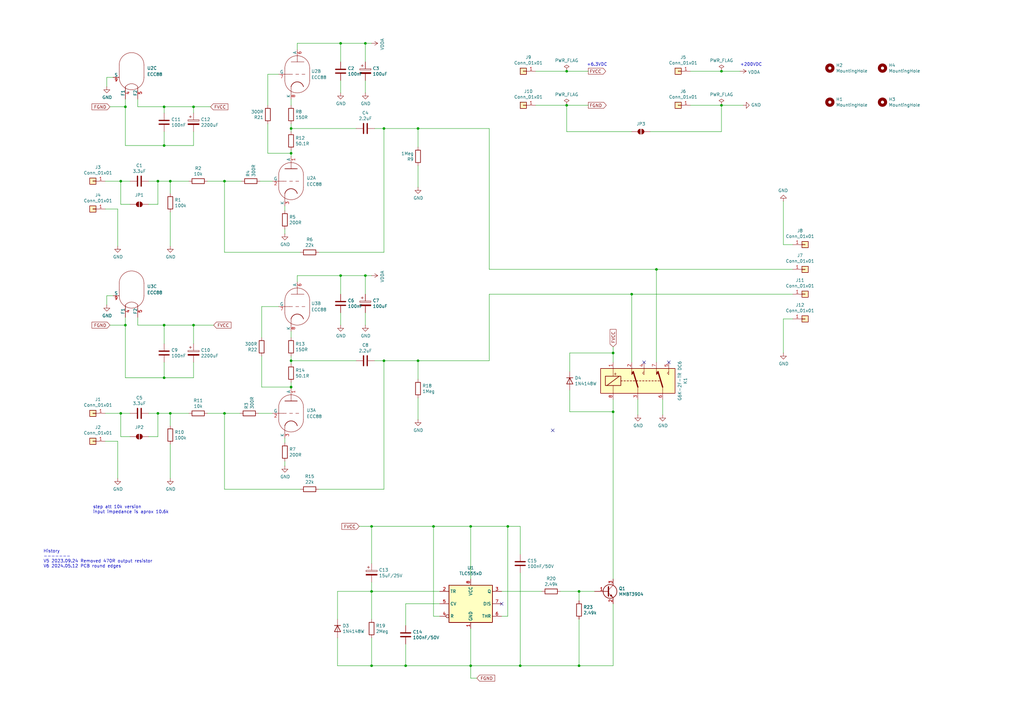
<source format=kicad_sch>
(kicad_sch (version 20231120) (generator "eeschema") (generator_version "8.0")
  (paper "A3")
  (title_block (title "SRPP+ Pre-Amp ECC88/E88CC") (date "2024-05-26") (rev "V6"))
  (lib_symbols
    (symbol "Connector_Generic:Conn_01x01" (pin_names (offset 1.016) hide)
      (property "Reference" "J" (at 0 2.54 0))
      (property "Value" "Conn_01x01" (at 0 -2.54 0))
      (symbol "Conn_01x01_1_1"
        (pin passive line (at -5.08 0 0) (length 3.81) (name "Pin_1") (number "1"))
      )
    )
    (symbol "Device:C" (pin_numbers hide) (pin_names (offset 0.254))
      (property "Reference" "C" (at 0.635 2.54 0))
      (property "Value" "C" (at 0.635 -2.54 0))
      (symbol "C_1_1"
        (pin passive line (at 0 3.81 270) (length 2.794) (name "~") (number "1"))
        (pin passive line (at 0 -3.81 90) (length 2.794) (name "~") (number "2"))
      )
    )
    (symbol "Device:C_Polarized" (pin_numbers hide) (pin_names (offset 0.254))
      (property "Reference" "C" (at 0.635 2.54 0))
      (property "Value" "C_Polarized" (at 0.635 -2.54 0))
      (symbol "C_Polarized_1_1"
        (pin passive line (at 0 3.81 270) (length 2.794) (name "~") (number "1"))
        (pin passive line (at 0 -3.81 90) (length 2.794) (name "~") (number "2"))
      )
    )
    (symbol "Device:R" (pin_numbers hide) (pin_names (offset 0))
      (property "Reference" "R" (at 2.032 0 90))
      (property "Value" "R" (at 0 0 90))
      (symbol "R_1_1"
        (pin passive line (at 0 3.81 270) (length 1.27) (name "~") (number "1"))
        (pin passive line (at 0 -3.81 90) (length 1.27) (name "~") (number "2"))
      )
    )
    (symbol "Diode:1N4148W" (pin_numbers hide) (pin_names hide)
      (property "Reference" "D" (at 0 2.54 0))
      (property "Value" "1N4148W" (at 0 -2.54 0))
      (symbol "1N4148W_1_1"
        (pin passive line (at -3.81 0 0) (length 2.54) (name "K") (number "1"))
        (pin passive line (at 3.81 0 180) (length 2.54) (name "A") (number "2"))
      )
    )
    (symbol "Jumper:SolderJumper_2_Open" (pin_numbers hide) (pin_names (offset 0) hide) (exclude_from_sim yes) (in_bom no)
      (property "Reference" "JP" (at 0 2.032 0))
      (property "Value" "SolderJumper_2_Open" (at 0 -2.54 0))
      (symbol "SolderJumper_2_Open_1_1"
        (pin passive line (at -3.81 0 0) (length 2.54) (name "A") (number "1"))
        (pin passive line (at 3.81 0 180) (length 2.54) (name "B") (number "2"))
      )
    )
    (symbol "Mechanical:MountingHole" (pin_names (offset 1.016)) (exclude_from_sim yes) (in_bom no)
      (property "Reference" "H" (at 0 5.08 0))
      (property "Value" "MountingHole" (at 0 3.175 0))
    )
    (symbol "Relay:G6K-2"
      (property "Reference" "K" (at 16.51 3.81 0))
      (property "Value" "G6K-2" (at 16.51 1.27 0))
      (symbol "G6K-2_0_0"
        (text "+" (at -9.271 2.921 0) (effects (font (size 1.27 1.27))))
      )
      (symbol "G6K-2_1_1"
        (pin passive line (at -10.16 7.62 270) (length 2.54) (name "~") (number "1"))
        (pin passive line (at -2.54 7.62 270) (length 2.54) (name "~") (number "2"))
        (pin passive line (at 0 -7.62 90) (length 2.54) (name "~") (number "3"))
        (pin passive line (at 2.54 7.62 270) (length 2.54) (name "~") (number "4"))
        (pin passive line (at 12.7 7.62 270) (length 2.54) (name "~") (number "5"))
        (pin passive line (at 10.16 -7.62 90) (length 2.54) (name "~") (number "6"))
        (pin passive line (at 7.62 7.62 270) (length 2.54) (name "~") (number "7"))
        (pin passive line (at -10.16 -7.62 90) (length 2.54) (name "~") (number "8"))
      )
    )
    (symbol "Timer:TLC555xD"
      (property "Reference" "U" (at -10.16 8.89 0))
      (property "Value" "TLC555xD" (at 2.54 8.89 0))
      (symbol "TLC555xD_0_0"
        (pin power_in line (at 0 -10.16 90) (length 2.54) (name "GND") (number "1"))
        (pin power_in line (at 0 10.16 270) (length 2.54) (name "VCC") (number "8"))
      )
      (symbol "TLC555xD_1_1"
        (pin input line (at -12.7 5.08 0) (length 3.81) (name "TR") (number "2"))
        (pin output line (at 12.7 5.08 180) (length 3.81) (name "Q") (number "3"))
        (pin input inverted (at -12.7 -5.08 0) (length 3.81) (name "R") (number "4"))
        (pin input line (at -12.7 0 0) (length 3.81) (name "CV") (number "5"))
        (pin input line (at 12.7 -5.08 180) (length 3.81) (name "THR") (number "6"))
        (pin input line (at 12.7 0 180) (length 3.81) (name "DIS") (number "7"))
      )
    )
    (symbol "Transistor_BJT:MMBT3904" (pin_names (offset 0) hide)
      (property "Reference" "Q" (at 5.08 1.905 0))
      (property "Value" "MMBT3904" (at 5.08 0 0))
      (symbol "MMBT3904_1_1"
        (pin input line (at -5.08 0 0) (length 5.715) (name "B") (number "1"))
        (pin passive line (at 2.54 -5.08 90) (length 2.54) (name "E") (number "2"))
        (pin passive line (at 2.54 5.08 270) (length 2.54) (name "C") (number "3"))
      )
    )
    (symbol "kicad-snk:ECC88-Shield" (pin_names (offset 0))
      (property "Reference" "U" (at 4.318 7.112 0))
      (property "Value" "ECC88-Shield" (at 5.08 -7.62 0))
      (symbol "ECC88-Shield_1_1"
        (pin output line (at 0 10.16 270) (length 2.54) (name "A") (number "1"))
        (pin input line (at -7.62 0 0) (length 2.54) (name "G") (number "2"))
        (pin bidirectional line (at -2.54 -10.16 90) (length 2.54) (name "K") (number "3"))
      )
      (symbol "ECC88-Shield_2_1"
        (pin output line (at 0 10.16 270) (length 2.54) (name "A") (number "6"))
        (pin input line (at -7.62 0 0) (length 2.54) (name "G") (number "7"))
        (pin bidirectional line (at -2.54 -10.16 90) (length 2.54) (name "K") (number "8"))
      )
      (symbol "ECC88-Shield_3_1"
        (pin power_in line (at -2.54 -11.43 90) (length 5.08) (name "F1") (number "4"))
        (pin power_in line (at 2.54 -11.43 90) (length 5.08) (name "F2") (number "5"))
        (pin passive line (at -7.62 -2.54 0) (length 2.54) (name "S") (number "9"))
      )
    )
    (symbol "power:GND" (power) (pin_numbers hide) (pin_names (offset 0) hide)
      (property "Value" "GND" (at 0 -3.81 0))
      (symbol "GND_1_1"
        (pin power_in line (at 0 0 270) (length 0) (name "~") (number "1"))
      )
    )
    (symbol "power:PWR_FLAG" (power) (pin_numbers hide) (pin_names (offset 0) hide)
      (property "Value" "PWR_FLAG" (at 0 3.81 0))
      (symbol "PWR_FLAG_0_0"
        (pin power_out line (at 0 0 90) (length 0) (name "~") (number "1"))
      )
    )
    (symbol "power:VDDA" (power) (pin_numbers hide) (pin_names (offset 0) hide)
      (property "Value" "VDDA" (at 0 3.556 0))
      (symbol "VDDA_1_1"
        (pin power_in line (at 0 0 90) (length 0) (name "~") (number "1"))
      )
    )
  )
  (junction (at 193.04 215.9))
  (junction (at 67.31 154.94))
  (junction (at 237.49 273.05))
  (junction (at 79.375 43.815))
  (junction (at 119.38 147.955))
  (junction (at 64.77 74.295))
  (junction (at 152.4 273.05))
  (junction (at 51.435 43.815))
  (junction (at 251.46 144.78))
  (junction (at 295.91 43.18))
  (junction (at 251.46 168.91))
  (junction (at 69.85 74.295))
  (junction (at 193.04 273.05))
  (junction (at 177.8 215.9))
  (junction (at 152.4 242.57))
  (junction (at 67.31 133.35))
  (junction (at 67.31 43.815))
  (junction (at 139.7 17.78))
  (junction (at 232.41 43.18))
  (junction (at 295.91 29.21))
  (junction (at 67.31 59.69))
  (junction (at 79.375 133.35))
  (junction (at 152.4 215.9))
  (junction (at 171.45 147.955))
  (junction (at 157.48 52.705))
  (junction (at 49.53 74.295))
  (junction (at 269.24 110.49))
  (junction (at 92.075 169.545))
  (junction (at 208.28 215.9))
  (junction (at 171.45 52.705))
  (junction (at 49.53 169.545))
  (junction (at 119.38 158.75))
  (junction (at 51.435 133.35))
  (junction (at 119.38 62.865))
  (junction (at 232.41 29.21))
  (junction (at 237.49 242.57))
  (junction (at 259.08 120.65))
  (junction (at 213.36 273.05))
  (junction (at 157.48 147.955))
  (junction (at 149.86 113.03))
  (junction (at 139.7 113.03))
  (junction (at 92.075 74.295))
  (junction (at 119.38 52.705))
  (junction (at 166.37 273.05))
  (junction (at 64.77 169.545))
  (junction (at 149.86 17.78))
  (junction (at 69.85 169.545))
  (no_connect (at 264.16 148.59))
  (no_connect (at 274.32 148.59))
  (no_connect (at 226.695 176.53))
  (no_connect (at 205.74 247.65))
  (wire (pts (xy 43.815 121.285) (xy 46.355 121.285)))
  (wire (pts (xy 232.41 53.975) (xy 232.41 43.18)))
  (wire (pts (xy 259.08 53.975) (xy 232.41 53.975)))
  (wire (pts (xy 157.48 52.705) (xy 153.67 52.705)))
  (wire (pts (xy 60.96 83.82) (xy 64.77 83.82)))
  (wire (pts (xy 49.53 169.545) (xy 53.34 169.545)))
  (wire (pts (xy 138.43 273.05) (xy 138.43 261.62)))
  (wire (pts (xy 208.28 252.73) (xy 208.28 215.9)))
  (wire (pts (xy 193.04 273.05) (xy 193.04 278.13)))
  (wire (pts (xy 92.075 169.545) (xy 98.425 169.545)))
  (wire (pts (xy 213.36 227.33) (xy 213.36 215.9)))
  (wire (pts (xy 233.68 152.4) (xy 233.68 144.78)))
  (wire (pts (xy 119.38 52.705) (xy 119.38 53.975)))
  (wire (pts (xy 85.09 169.545) (xy 92.075 169.545)))
  (wire (pts (xy 149.86 113.03) (xy 149.86 120.65)))
  (wire (pts (xy 213.36 273.05) (xy 193.04 273.05)))
  (wire (pts (xy 321.31 144.78) (xy 321.31 130.81)))
  (wire (pts (xy 106.68 74.295) (xy 111.76 74.295)))
  (wire (pts (xy 64.77 74.295) (xy 60.96 74.295)))
  (wire (pts (xy 139.7 17.78) (xy 149.86 17.78)))
  (wire (pts (xy 79.375 53.975) (xy 79.375 59.69)))
  (wire (pts (xy 213.36 234.95) (xy 213.36 273.05)))
  (wire (pts (xy 153.67 147.955) (xy 157.48 147.955)))
  (wire (pts (xy 119.38 62.865) (xy 119.38 64.135)))
  (wire (pts (xy 321.31 100.33) (xy 321.31 82.55)))
  (wire (pts (xy 321.31 130.81) (xy 325.12 130.81)))
  (wire (pts (xy 67.31 154.94) (xy 67.31 148.59)))
  (wire (pts (xy 139.7 38.1) (xy 139.7 33.02)))
  (wire (pts (xy 43.815 35.56) (xy 43.815 31.75)))
  (wire (pts (xy 109.855 30.48) (xy 114.3 30.48)))
  (wire (pts (xy 180.34 247.65) (xy 166.37 247.65)))
  (wire (pts (xy 237.49 273.05) (xy 213.36 273.05)))
  (wire (pts (xy 67.31 53.975) (xy 67.31 59.69)))
  (wire (pts (xy 69.85 169.545) (xy 64.77 169.545)))
  (wire (pts (xy 53.34 179.07) (xy 49.53 179.07)))
  (wire (pts (xy 157.48 147.955) (xy 157.48 200.66)))
  (wire (pts (xy 85.09 74.295) (xy 92.075 74.295)))
  (wire (pts (xy 51.435 154.94) (xy 67.31 154.94)))
  (wire (pts (xy 237.49 242.57) (xy 229.87 242.57)))
  (wire (pts (xy 116.84 189.23) (xy 116.84 191.135)))
  (wire (pts (xy 200.66 110.49) (xy 200.66 52.705)))
  (wire (pts (xy 92.075 74.295) (xy 99.06 74.295)))
  (wire (pts (xy 67.31 43.815) (xy 79.375 43.815)))
  (wire (pts (xy 219.71 43.18) (xy 232.41 43.18)))
  (wire (pts (xy 139.7 113.03) (xy 149.86 113.03)))
  (wire (pts (xy 266.7 53.975) (xy 295.91 53.975)))
  (wire (pts (xy 77.47 74.295) (xy 69.85 74.295)))
  (wire (pts (xy 139.7 120.65) (xy 139.7 113.03)))
  (wire (pts (xy 171.45 60.325) (xy 171.45 52.705)))
  (wire (pts (xy 149.86 133.35) (xy 149.86 128.27)))
  (wire (pts (xy 107.315 146.05) (xy 107.315 158.75)))
  (wire (pts (xy 51.435 43.815) (xy 51.435 59.69)))
  (wire (pts (xy 119.38 147.955) (xy 119.38 149.225)))
  (wire (pts (xy 121.92 115.57) (xy 121.92 113.03)))
  (wire (pts (xy 295.91 29.21) (xy 283.21 29.21)))
  (wire (pts (xy 195.58 278.13) (xy 193.04 278.13)))
  (wire (pts (xy 152.4 242.57) (xy 152.4 254)))
  (wire (pts (xy 177.8 252.73) (xy 177.8 215.9)))
  (wire (pts (xy 119.38 147.955) (xy 146.05 147.955)))
  (wire (pts (xy 193.04 257.81) (xy 193.04 273.05)))
  (wire (pts (xy 130.81 103.505) (xy 157.48 103.505)))
  (wire (pts (xy 64.77 179.07) (xy 64.77 169.545)))
  (wire (pts (xy 69.85 174.625) (xy 69.85 169.545)))
  (wire (pts (xy 303.53 29.21) (xy 295.91 29.21)))
  (wire (pts (xy 251.46 163.83) (xy 251.46 168.91)))
  (wire (pts (xy 251.46 144.78) (xy 251.46 142.24)))
  (wire (pts (xy 157.48 52.705) (xy 171.45 52.705)))
  (wire (pts (xy 79.375 140.97) (xy 79.375 133.35)))
  (wire (pts (xy 56.515 133.35) (xy 67.31 133.35)))
  (wire (pts (xy 243.84 242.57) (xy 237.49 242.57)))
  (wire (pts (xy 67.31 43.815) (xy 67.31 46.355)))
  (wire (pts (xy 119.105 147.955) (xy 119.38 147.955)))
  (wire (pts (xy 51.435 154.94) (xy 51.435 133.35)))
  (wire (pts (xy 51.435 133.35) (xy 51.435 130.175)))
  (wire (pts (xy 205.74 242.57) (xy 222.25 242.57)))
  (wire (pts (xy 45.085 133.35) (xy 51.435 133.35)))
  (wire (pts (xy 251.46 247.65) (xy 251.46 273.05)))
  (wire (pts (xy 233.68 168.91) (xy 251.46 168.91)))
  (wire (pts (xy 48.26 85.725) (xy 43.18 85.725)))
  (wire (pts (xy 200.66 120.65) (xy 259.08 120.65)))
  (wire (pts (xy 67.31 154.94) (xy 79.375 154.94)))
  (wire (pts (xy 138.43 242.57) (xy 138.43 254)))
  (wire (pts (xy 43.815 31.75) (xy 46.355 31.75)))
  (wire (pts (xy 149.86 113.03) (xy 152.4 113.03)))
  (wire (pts (xy 56.515 43.815) (xy 56.515 40.64)))
  (wire (pts (xy 49.53 83.82) (xy 49.53 74.295)))
  (wire (pts (xy 157.48 200.66) (xy 130.81 200.66)))
  (wire (pts (xy 119.38 40.64) (xy 119.38 43.18)))
  (wire (pts (xy 123.19 200.66) (xy 92.075 200.66)))
  (wire (pts (xy 149.86 17.78) (xy 152.4 17.78)))
  (wire (pts (xy 269.24 148.59) (xy 269.24 110.49)))
  (wire (pts (xy 106.045 169.545) (xy 111.76 169.545)))
  (wire (pts (xy 152.4 273.05) (xy 138.43 273.05)))
  (wire (pts (xy 171.45 67.945) (xy 171.45 76.835)))
  (wire (pts (xy 259.08 148.59) (xy 259.08 120.65)))
  (wire (pts (xy 213.36 215.9) (xy 208.28 215.9)))
  (wire (pts (xy 60.96 179.07) (xy 64.77 179.07)))
  (wire (pts (xy 237.49 246.38) (xy 237.49 242.57)))
  (wire (pts (xy 149.86 38.1) (xy 149.86 33.02)))
  (wire (pts (xy 114.3 125.73) (xy 107.315 125.73)))
  (wire (pts (xy 69.85 79.375) (xy 69.85 74.295)))
  (wire (pts (xy 69.85 100.965) (xy 69.85 86.995)))
  (wire (pts (xy 43.18 169.545) (xy 49.53 169.545)))
  (wire (pts (xy 121.92 113.03) (xy 139.7 113.03)))
  (wire (pts (xy 193.04 273.05) (xy 166.37 273.05)))
  (wire (pts (xy 107.315 158.75) (xy 119.38 158.75)))
  (wire (pts (xy 79.375 59.69) (xy 67.31 59.69)))
  (wire (pts (xy 283.21 43.18) (xy 295.91 43.18)))
  (wire (pts (xy 157.48 147.955) (xy 171.45 147.955)))
  (wire (pts (xy 116.84 84.455) (xy 116.84 86.36)))
  (wire (pts (xy 251.46 148.59) (xy 251.46 144.78)))
  (wire (pts (xy 171.45 155.575) (xy 171.45 147.955)))
  (wire (pts (xy 166.37 273.05) (xy 166.37 264.16)))
  (wire (pts (xy 116.84 93.98) (xy 116.84 95.885)))
  (wire (pts (xy 109.855 50.8) (xy 109.855 62.865)))
  (wire (pts (xy 232.41 29.21) (xy 241.3 29.21)))
  (wire (pts (xy 200.66 52.705) (xy 171.45 52.705)))
  (wire (pts (xy 109.855 62.865) (xy 119.38 62.865)))
  (wire (pts (xy 152.4 242.57) (xy 152.4 238.76)))
  (wire (pts (xy 121.92 20.32) (xy 121.92 17.78)))
  (wire (pts (xy 119.38 52.705) (xy 146.05 52.705)))
  (wire (pts (xy 43.18 74.295) (xy 49.53 74.295)))
  (wire (pts (xy 107.315 125.73) (xy 107.315 138.43)))
  (wire (pts (xy 295.91 43.18) (xy 304.8 43.18)))
  (wire (pts (xy 233.68 160.02) (xy 233.68 168.91)))
  (wire (pts (xy 139.7 25.4) (xy 139.7 17.78)))
  (wire (pts (xy 119.38 156.845) (xy 119.38 158.75)))
  (wire (pts (xy 69.85 196.215) (xy 69.85 182.245)))
  (wire (pts (xy 269.24 110.49) (xy 325.12 110.49)))
  (wire (pts (xy 259.08 120.65) (xy 325.12 120.65)))
  (wire (pts (xy 64.77 83.82) (xy 64.77 74.295)))
  (wire (pts (xy 48.26 100.965) (xy 48.26 85.725)))
  (wire (pts (xy 119.38 146.05) (xy 119.38 147.955)))
  (wire (pts (xy 157.48 52.705) (xy 157.48 103.505)))
  (wire (pts (xy 51.435 59.69) (xy 67.31 59.69)))
  (wire (pts (xy 56.515 43.815) (xy 67.31 43.815)))
  (wire (pts (xy 200.66 120.65) (xy 200.66 147.955)))
  (wire (pts (xy 49.53 74.295) (xy 53.34 74.295)))
  (wire (pts (xy 193.04 215.9) (xy 177.8 215.9)))
  (wire (pts (xy 152.4 231.14) (xy 152.4 215.9)))
  (wire (pts (xy 79.375 43.815) (xy 86.36 43.815)))
  (wire (pts (xy 251.46 168.91) (xy 251.46 237.49)))
  (wire (pts (xy 208.28 215.9) (xy 193.04 215.9)))
  (wire (pts (xy 180.34 242.57) (xy 152.4 242.57)))
  (wire (pts (xy 119.38 135.89) (xy 119.38 138.43)))
  (wire (pts (xy 48.26 180.975) (xy 43.18 180.975)))
  (wire (pts (xy 261.62 170.18) (xy 261.62 163.83)))
  (wire (pts (xy 232.41 29.21) (xy 219.71 29.21)))
  (wire (pts (xy 92.075 200.66) (xy 92.075 169.545)))
  (wire (pts (xy 67.31 133.35) (xy 79.375 133.35)))
  (wire (pts (xy 271.78 170.18) (xy 271.78 163.83)))
  (wire (pts (xy 166.37 273.05) (xy 152.4 273.05)))
  (wire (pts (xy 232.41 43.18) (xy 241.3 43.18)))
  (wire (pts (xy 233.68 144.78) (xy 251.46 144.78)))
  (wire (pts (xy 147.32 215.9) (xy 152.4 215.9)))
  (wire (pts (xy 51.435 43.815) (xy 51.435 40.64)))
  (wire (pts (xy 109.855 43.18) (xy 109.855 30.48)))
  (wire (pts (xy 92.075 103.505) (xy 92.075 74.295)))
  (wire (pts (xy 53.34 83.82) (xy 49.53 83.82)))
  (wire (pts (xy 149.86 17.78) (xy 149.86 25.4)))
  (wire (pts (xy 79.375 154.94) (xy 79.375 148.59)))
  (wire (pts (xy 251.46 273.05) (xy 237.49 273.05)))
  (wire (pts (xy 152.4 273.05) (xy 152.4 261.62)))
  (wire (pts (xy 79.375 133.35) (xy 87.63 133.35)))
  (wire (pts (xy 79.375 43.815) (xy 79.375 46.355)))
  (wire (pts (xy 152.4 215.9) (xy 177.8 215.9)))
  (wire (pts (xy 77.47 169.545) (xy 69.85 169.545)))
  (wire (pts (xy 295.91 53.975) (xy 295.91 43.18)))
  (wire (pts (xy 119.38 61.595) (xy 119.38 62.865)))
  (wire (pts (xy 48.26 196.215) (xy 48.26 180.975)))
  (wire (pts (xy 200.66 147.955) (xy 171.45 147.955)))
  (wire (pts (xy 171.45 172.085) (xy 171.45 163.195)))
  (wire (pts (xy 200.66 110.49) (xy 269.24 110.49)))
  (wire (pts (xy 152.4 242.57) (xy 138.43 242.57)))
  (wire (pts (xy 123.19 103.505) (xy 92.075 103.505)))
  (wire (pts (xy 64.77 169.545) (xy 60.96 169.545)))
  (wire (pts (xy 49.53 179.07) (xy 49.53 169.545)))
  (wire (pts (xy 45.085 43.815) (xy 51.435 43.815)))
  (wire (pts (xy 69.85 74.295) (xy 64.77 74.295)))
  (wire (pts (xy 205.74 252.73) (xy 208.28 252.73)))
  (wire (pts (xy 67.31 140.97) (xy 67.31 133.35)))
  (wire (pts (xy 119.38 50.8) (xy 119.38 52.705)))
  (wire (pts (xy 193.04 237.49) (xy 193.04 215.9)))
  (wire (pts (xy 119.38 158.75) (xy 119.38 159.385)))
  (wire (pts (xy 121.92 17.78) (xy 139.7 17.78)))
  (wire (pts (xy 43.815 125.095) (xy 43.815 121.285)))
  (wire (pts (xy 116.84 179.705) (xy 116.84 181.61)))
  (wire (pts (xy 325.12 100.33) (xy 321.31 100.33)))
  (wire (pts (xy 56.515 133.35) (xy 56.515 130.175)))
  (wire (pts (xy 180.34 252.73) (xy 177.8 252.73)))
  (wire (pts (xy 237.49 254) (xy 237.49 273.05)))
  (wire (pts (xy 139.7 133.35) (xy 139.7 128.27)))
  (wire (pts (xy 166.37 247.65) (xy 166.37 256.54)))
  (text "+6.3VDC" (at 240.665 27.305 0) (effects (font (size 1.27 1.27)) (justify left bottom)))
  (text "+200VDC" (at 303.53 27.305 0) (effects (font (size 1.27 1.27)) (justify left bottom)))
  (text "History\n-------\nV5 2023.09.24 Removed 470R output resistor\nV6 2024.05.12 PCB round edges " (at 17.78 233.045 0) (effects (font (size 1.27 1.27)) (justify left bottom)))
  (text "step att 10k version\ninput impedance is aprox 10.6k" (at 38.1 210.82 0) (effects (font (size 1.27 1.27)) (justify left bottom)))
  (global_label "FGND" (shape output) (at 241.3 43.18 0) (property "Intersheetrefs" "${INTERSHEET_REFS}" (effects (hide yes))))
  (global_label "FVCC" (shape output) (at 241.3 29.21 0) (property "Intersheetrefs" "${INTERSHEET_REFS}" (effects (hide yes))))
  (global_label "FVCC" (shape input) (at 147.32 215.9 180) (property "Intersheetrefs" "${INTERSHEET_REFS}" (effects (hide yes))))
  (global_label "FGND" (shape input) (at 45.085 133.35 180) (property "Intersheetrefs" "${INTERSHEET_REFS}" (effects (hide yes))))
  (global_label "FGND" (shape input) (at 195.58 278.13 0) (property "Intersheetrefs" "${INTERSHEET_REFS}" (effects (hide yes))))
  (global_label "FGND" (shape input) (at 45.085 43.815 180) (property "Intersheetrefs" "${INTERSHEET_REFS}" (effects (hide yes))))
  (global_label "FVCC" (shape input) (at 251.46 142.24 90) (property "Intersheetrefs" "${INTERSHEET_REFS}" (effects (hide yes))))
  (global_label "FVCC" (shape input) (at 86.36 43.815 0) (property "Intersheetrefs" "${INTERSHEET_REFS}" (effects (hide yes))))
  (global_label "FVCC" (shape input) (at 87.63 133.35 0) (property "Intersheetrefs" "${INTERSHEET_REFS}" (effects (hide yes))))
  (symbol (lib_id "Device:R") (at 81.28 74.295 270) (unit 1)
    (property "Reference" "R2" (at 81.28 69.0372 90))
    (property "Value" "10k" (at 81.28 71.3486 90))
    (property "Footprint" "Resistor_SMD:R_MELF_MMB-0207" (effects (hide yes)))
    (property "Description" "Resistor" (effects (hide yes)))
  )
  (symbol (lib_id "Device:R") (at 69.85 83.185 0) (unit 1)
    (property "Reference" "R1" (at 71.628 82.0166 0) (effects (justify left)))
    (property "Value" "100k" (at 71.628 84.328 0) (effects (justify left)))
    (property "Footprint" "Resistor_SMD:R_MELF_MMB-0207" (effects (hide yes)))
    (property "Description" "Resistor" (effects (hide yes)))
  )
  (symbol (lib_id "Connector_Generic:Conn_01x01") (at 38.1 74.295 180) (unit 1)
    (property "Reference" "J3" (at 40.1828 68.58 0))
    (property "Value" "Conn_01x01" (at 40.1828 70.8914 0))
    (property "Footprint" "Connector_Pin:Pin_D1.0mm_L10.0mm" (effects (hide yes)))
    (property "Description" "Generic connector, single row, 01x01, script generated (kicad-library-utils/schlib/autogen/connector/)" (effects (hide yes)))
  )
  (symbol (lib_id "Connector_Generic:Conn_01x01") (at 38.1 85.725 180) (unit 1)
    (property "Reference" "J4" (at 40.1828 80.01 0))
    (property "Value" "Conn_01x01" (at 40.1828 82.3214 0))
    (property "Footprint" "Connector_Pin:Pin_D1.0mm_L10.0mm" (effects (hide yes)))
    (property "Description" "Generic connector, single row, 01x01, script generated (kicad-library-utils/schlib/autogen/connector/)" (effects (hide yes)))
  )
  (symbol (lib_id "Connector_Generic:Conn_01x01") (at 278.13 29.21 180) (unit 1)
    (property "Reference" "J5" (at 280.2128 23.495 0))
    (property "Value" "Conn_01x01" (at 280.2128 25.8064 0))
    (property "Footprint" "Connector_Pin:Pin_D1.3mm_L11.0mm" (effects (hide yes)))
    (property "Description" "Generic connector, single row, 01x01, script generated (kicad-library-utils/schlib/autogen/connector/)" (effects (hide yes)))
  )
  (symbol (lib_id "Connector_Generic:Conn_01x01") (at 278.13 43.18 180) (unit 1)
    (property "Reference" "J6" (at 280.2128 37.465 0))
    (property "Value" "Conn_01x01" (at 280.2128 39.7764 0))
    (property "Footprint" "Connector_Pin:Pin_D1.3mm_L11.0mm" (effects (hide yes)))
    (property "Description" "Generic connector, single row, 01x01, script generated (kicad-library-utils/schlib/autogen/connector/)" (effects (hide yes)))
  )
  (symbol (lib_id "Device:C") (at 57.15 74.295 270) (unit 1)
    (property "Reference" "C1" (at 57.15 67.8942 90))
    (property "Value" "3.3uF" (at 57.15 70.2056 90))
    (property "Footprint" "Capacitor_THT:C_Rect_L7.2mm_W7.2mm_P5.00mm_FKS2_FKP2_MKS2_MKP2" (effects (hide yes)))
    (property "Description" "Unpolarized capacitor" (effects (hide yes)))
  )
  (symbol (lib_id "Mechanical:MountingHole") (at 340.36 27.94 0) (unit 1)
    (property "Reference" "H2" (at 342.9 26.7716 0) (effects (justify left)))
    (property "Value" "MountingHole" (at 342.9 29.083 0) (effects (justify left)))
    (property "Footprint" "MountingHole:MountingHole_3.2mm_M3_Pad_Via" (effects (hide yes)))
    (property "Description" "Mounting Hole without connection" (effects (hide yes)))
  )
  (symbol (lib_id "Mechanical:MountingHole") (at 361.95 27.94 0) (unit 1)
    (property "Reference" "H4" (at 364.49 26.7716 0) (effects (justify left)))
    (property "Value" "MountingHole" (at 364.49 29.083 0) (effects (justify left)))
    (property "Footprint" "MountingHole:MountingHole_3.2mm_M3_Pad_Via" (effects (hide yes)))
    (property "Description" "Mounting Hole without connection" (effects (hide yes)))
  )
  (symbol (lib_id "Mechanical:MountingHole") (at 340.36 41.91 0) (unit 1)
    (property "Reference" "H1" (at 342.9 40.7416 0) (effects (justify left)))
    (property "Value" "MountingHole" (at 342.9 43.053 0) (effects (justify left)))
    (property "Footprint" "MountingHole:MountingHole_3.2mm_M3_Pad_Via" (effects (hide yes)))
    (property "Description" "Mounting Hole without connection" (effects (hide yes)))
  )
  (symbol (lib_id "Mechanical:MountingHole") (at 361.95 41.91 0) (unit 1)
    (property "Reference" "H3" (at 364.49 40.7416 0) (effects (justify left)))
    (property "Value" "MountingHole" (at 364.49 43.053 0) (effects (justify left)))
    (property "Footprint" "MountingHole:MountingHole_3.2mm_M3_Pad_Via" (effects (hide yes)))
    (property "Description" "Mounting Hole without connection" (effects (hide yes)))
  )
  (symbol (lib_id "power:PWR_FLAG") (at 295.91 29.21 0) (unit 1)
    (property "Reference" "#FLG04" (effects (hide yes)))
    (property "Value" "PWR_FLAG" (at 295.91 24.8158 0))
    (property "Description" "Special symbol for telling ERC where power comes from" (effects (hide yes)))
  )
  (symbol (lib_id "power:GND") (at 304.8 43.18 90) (unit 1)
    (property "Reference" "#PWR05" (effects (hide yes)))
    (property "Value" "GND" (at 308.0512 43.053 90) (effects (justify right)))
    (property "Description" "Power symbol creates a global label with name \"GND\" , ground" (effects (hide yes)))
  )
  (symbol (lib_id "power:PWR_FLAG") (at 295.91 43.18 0) (unit 1)
    (property "Reference" "#FLG03" (effects (hide yes)))
    (property "Value" "PWR_FLAG" (at 295.91 38.7858 0))
    (property "Description" "Special symbol for telling ERC where power comes from" (effects (hide yes)))
  )
  (symbol (lib_id "power:VDDA") (at 303.53 29.21 270) (unit 1)
    (property "Reference" "#PWR07" (effects (hide yes)))
    (property "Value" "VDDA" (at 306.7812 29.591 90) (effects (justify left)))
    (property "Description" "Power symbol creates a global label with name \"VDDA\"" (effects (hide yes)))
  )
  (symbol (lib_id "Device:C_Polarized") (at 149.86 29.21 0) (unit 1)
    (property "Reference" "C3" (at 152.8572 28.0416 0) (effects (justify left)))
    (property "Value" "100uF" (at 152.8572 30.353 0) (effects (justify left)))
    (property "Footprint" "Capacitor_THT:CP_Radial_D18.0mm_P7.50mm" (effects (hide yes)))
    (property "Description" "Polarized capacitor" (effects (hide yes)))
  )
  (symbol (lib_id "Device:C") (at 139.7 29.21 0) (unit 1)
    (property "Reference" "C2" (at 142.621 28.0416 0) (effects (justify left)))
    (property "Value" "100nF" (at 142.621 30.353 0) (effects (justify left)))
    (property "Footprint" "Capacitor_THT:C_Rect_L16.5mm_W5.0mm_P15.00mm_MKT" (effects (hide yes)))
    (property "Description" "Unpolarized capacitor" (effects (hide yes)))
  )
  (symbol (lib_id "Device:R") (at 171.45 64.135 180) (unit 1)
    (property "Reference" "R9" (at 169.672 65.3034 0) (effects (justify left)))
    (property "Value" "1Meg" (at 169.672 62.992 0) (effects (justify left)))
    (property "Footprint" "Resistor_SMD:R_MELF_MMB-0207" (effects (hide yes)))
    (property "Description" "Resistor" (effects (hide yes)))
  )
  (symbol (lib_id "Device:C") (at 149.86 52.705 270) (unit 1)
    (property "Reference" "C4" (at 149.86 46.3042 90))
    (property "Value" "2.2uF" (at 149.86 48.6156 90))
    (property "Footprint" "Capacitor_THT:C_Rect_L31.5mm_W11.0mm_P27.50mm_MKS4" (effects (hide yes)))
    (property "Description" "Unpolarized capacitor" (effects (hide yes)))
  )
  (symbol (lib_id "Device:R") (at 127 103.505 270) (unit 1)
    (property "Reference" "R6" (at 127 98.2472 90))
    (property "Value" "22k" (at 127 100.5586 90))
    (property "Footprint" "Resistor_SMD:R_MELF_MMB-0207" (effects (hide yes)))
    (property "Description" "Resistor" (effects (hide yes)))
  )
  (symbol (lib_id "Connector_Generic:Conn_01x01") (at 330.2 110.49 0) (mirror x) (unit 1)
    (property "Reference" "J7" (at 328.1172 104.775 0))
    (property "Value" "Conn_01x01" (at 328.1172 107.0864 0))
    (property "Footprint" "Connector_Pin:Pin_D1.0mm_L10.0mm" (effects (hide yes)))
    (property "Description" "Generic connector, single row, 01x01, script generated (kicad-library-utils/schlib/autogen/connector/)" (effects (hide yes)))
  )
  (symbol (lib_id "Connector_Generic:Conn_01x01") (at 330.2 100.33 0) (mirror x) (unit 1)
    (property "Reference" "J8" (at 328.1172 94.615 0))
    (property "Value" "Conn_01x01" (at 328.1172 96.9264 0))
    (property "Footprint" "Connector_Pin:Pin_D1.0mm_L10.0mm" (effects (hide yes)))
    (property "Description" "Generic connector, single row, 01x01, script generated (kicad-library-utils/schlib/autogen/connector/)" (effects (hide yes)))
  )
  (symbol (lib_id "power:GND") (at 149.86 38.1 0) (unit 1)
    (property "Reference" "#PWR014" (effects (hide yes)))
    (property "Value" "GND" (at 149.987 42.4942 0))
    (property "Description" "Power symbol creates a global label with name \"GND\" , ground" (effects (hide yes)))
  )
  (symbol (lib_id "power:GND") (at 139.7 38.1 0) (unit 1)
    (property "Reference" "#PWR011" (effects (hide yes)))
    (property "Value" "GND" (at 139.827 42.4942 0))
    (property "Description" "Power symbol creates a global label with name \"GND\" , ground" (effects (hide yes)))
  )
  (symbol (lib_id "power:GND") (at 69.85 100.965 0) (unit 1)
    (property "Reference" "#PWR04" (effects (hide yes)))
    (property "Value" "GND" (at 69.977 105.3592 0))
    (property "Description" "Power symbol creates a global label with name \"GND\" , ground" (effects (hide yes)))
  )
  (symbol (lib_id "power:GND") (at 48.26 100.965 0) (unit 1)
    (property "Reference" "#PWR03" (effects (hide yes)))
    (property "Value" "GND" (at 48.387 105.3592 0))
    (property "Description" "Power symbol creates a global label with name \"GND\" , ground" (effects (hide yes)))
  )
  (symbol (lib_id "power:VDDA") (at 152.4 17.78 270) (unit 1)
    (property "Reference" "#PWR013" (effects (hide yes)))
    (property "Value" "VDDA" (at 156.7942 18.161 0))
    (property "Description" "Power symbol creates a global label with name \"VDDA\"" (effects (hide yes)))
  )
  (symbol (lib_id "Connector_Generic:Conn_01x01") (at 214.63 29.21 180) (unit 1)
    (property "Reference" "J9" (at 216.7128 23.495 0))
    (property "Value" "Conn_01x01" (at 216.7128 25.8064 0))
    (property "Footprint" "Connector_Pin:Pin_D1.3mm_L11.0mm" (effects (hide yes)))
    (property "Description" "Generic connector, single row, 01x01, script generated (kicad-library-utils/schlib/autogen/connector/)" (effects (hide yes)))
  )
  (symbol (lib_id "Connector_Generic:Conn_01x01") (at 214.63 43.18 180) (unit 1)
    (property "Reference" "J10" (at 216.7128 37.465 0))
    (property "Value" "Conn_01x01" (at 216.7128 39.7764 0))
    (property "Footprint" "Connector_Pin:Pin_D1.3mm_L11.0mm" (effects (hide yes)))
    (property "Description" "Generic connector, single row, 01x01, script generated (kicad-library-utils/schlib/autogen/connector/)" (effects (hide yes)))
  )
  (symbol (lib_id "power:PWR_FLAG") (at 232.41 29.21 0) (unit 1)
    (property "Reference" "#FLG01" (effects (hide yes)))
    (property "Value" "PWR_FLAG" (at 232.41 24.8158 0))
    (property "Description" "Special symbol for telling ERC where power comes from" (effects (hide yes)))
  )
  (symbol (lib_id "power:PWR_FLAG") (at 232.41 43.18 0) (unit 1)
    (property "Reference" "#FLG02" (effects (hide yes)))
    (property "Value" "PWR_FLAG" (at 232.41 38.7858 0))
    (property "Description" "Special symbol for telling ERC where power comes from" (effects (hide yes)))
  )
  (symbol (lib_id "Device:R") (at 81.28 169.545 270) (unit 1)
    (property "Reference" "R11" (at 81.28 164.2872 90))
    (property "Value" "10k" (at 81.28 166.5986 90))
    (property "Footprint" "Resistor_SMD:R_MELF_MMB-0207" (effects (hide yes)))
    (property "Description" "Resistor" (effects (hide yes)))
  )
  (symbol (lib_id "Device:R") (at 69.85 178.435 0) (unit 1)
    (property "Reference" "R10" (at 71.628 177.2666 0) (effects (justify left)))
    (property "Value" "100k" (at 71.628 179.578 0) (effects (justify left)))
    (property "Footprint" "Resistor_SMD:R_MELF_MMB-0207" (effects (hide yes)))
    (property "Description" "Resistor" (effects (hide yes)))
  )
  (symbol (lib_id "Connector_Generic:Conn_01x01") (at 38.1 169.545 180) (unit 1)
    (property "Reference" "J1" (at 40.1828 163.83 0))
    (property "Value" "Conn_01x01" (at 40.1828 166.1414 0))
    (property "Footprint" "Connector_Pin:Pin_D1.0mm_L10.0mm" (effects (hide yes)))
    (property "Description" "Generic connector, single row, 01x01, script generated (kicad-library-utils/schlib/autogen/connector/)" (effects (hide yes)))
  )
  (symbol (lib_id "Connector_Generic:Conn_01x01") (at 38.1 180.975 180) (unit 1)
    (property "Reference" "J2" (at 40.1828 175.26 0))
    (property "Value" "Conn_01x01" (at 40.1828 177.5714 0))
    (property "Footprint" "Connector_Pin:Pin_D1.0mm_L10.0mm" (effects (hide yes)))
    (property "Description" "Generic connector, single row, 01x01, script generated (kicad-library-utils/schlib/autogen/connector/)" (effects (hide yes)))
  )
  (symbol (lib_id "Device:C") (at 57.15 169.545 270) (unit 1)
    (property "Reference" "C5" (at 57.15 163.1442 90))
    (property "Value" "3.3uF" (at 57.15 165.4556 90))
    (property "Footprint" "Capacitor_THT:C_Rect_L7.2mm_W7.2mm_P5.00mm_FKS2_FKP2_MKS2_MKP2" (effects (hide yes)))
    (property "Description" "Unpolarized capacitor" (effects (hide yes)))
  )
  (symbol (lib_id "Device:C_Polarized") (at 149.86 124.46 0) (unit 1)
    (property "Reference" "C7" (at 152.8572 123.2916 0) (effects (justify left)))
    (property "Value" "100uF" (at 152.8572 125.603 0) (effects (justify left)))
    (property "Footprint" "Capacitor_THT:CP_Radial_D18.0mm_P7.50mm" (effects (hide yes)))
    (property "Description" "Polarized capacitor" (effects (hide yes)))
  )
  (symbol (lib_id "Device:C") (at 139.7 124.46 0) (unit 1)
    (property "Reference" "C6" (at 142.621 123.2916 0) (effects (justify left)))
    (property "Value" "100nF" (at 142.621 125.603 0) (effects (justify left)))
    (property "Footprint" "Capacitor_THT:C_Rect_L16.5mm_W5.0mm_P15.00mm_MKT" (effects (hide yes)))
    (property "Description" "Unpolarized capacitor" (effects (hide yes)))
  )
  (symbol (lib_id "Device:R") (at 171.45 159.385 0) (unit 1)
    (property "Reference" "R18" (at 173.228 158.2166 0) (effects (justify left)))
    (property "Value" "1Meg" (at 173.228 160.528 0) (effects (justify left)))
    (property "Footprint" "Resistor_SMD:R_MELF_MMB-0207" (effects (hide yes)))
    (property "Description" "Resistor" (effects (hide yes)))
  )
  (symbol (lib_id "Device:C") (at 149.86 147.955 270) (unit 1)
    (property "Reference" "C8" (at 149.86 141.5542 90))
    (property "Value" "2.2uF" (at 149.86 143.8656 90))
    (property "Footprint" "Capacitor_THT:C_Rect_L31.5mm_W11.0mm_P27.50mm_MKS4" (effects (hide yes)))
    (property "Description" "Unpolarized capacitor" (effects (hide yes)))
  )
  (symbol (lib_id "Device:R") (at 127 200.66 270) (unit 1)
    (property "Reference" "R15" (at 127 195.4022 90))
    (property "Value" "22k" (at 127 197.7136 90))
    (property "Footprint" "Resistor_SMD:R_MELF_MMB-0207" (effects (hide yes)))
    (property "Description" "Resistor" (effects (hide yes)))
  )
  (symbol (lib_id "Connector_Generic:Conn_01x01") (at 330.2 120.65 0) (mirror x) (unit 1)
    (property "Reference" "J11" (at 328.1172 114.935 0))
    (property "Value" "Conn_01x01" (at 328.1172 117.2464 0))
    (property "Footprint" "Connector_Pin:Pin_D1.0mm_L10.0mm" (effects (hide yes)))
    (property "Description" "Generic connector, single row, 01x01, script generated (kicad-library-utils/schlib/autogen/connector/)" (effects (hide yes)))
  )
  (symbol (lib_id "Connector_Generic:Conn_01x01") (at 330.2 130.81 0) (mirror x) (unit 1)
    (property "Reference" "J12" (at 328.1172 125.095 0))
    (property "Value" "Conn_01x01" (at 328.1172 127.4064 0))
    (property "Footprint" "Connector_Pin:Pin_D1.0mm_L10.0mm" (effects (hide yes)))
    (property "Description" "Generic connector, single row, 01x01, script generated (kicad-library-utils/schlib/autogen/connector/)" (effects (hide yes)))
  )
  (symbol (lib_id "power:GND") (at 321.31 144.78 0) (unit 1)
    (property "Reference" "#PWR028" (effects (hide yes)))
    (property "Value" "GND" (at 321.437 149.1742 0))
    (property "Description" "Power symbol creates a global label with name \"GND\" , ground" (effects (hide yes)))
  )
  (symbol (lib_id "power:GND") (at 149.86 133.35 0) (unit 1)
    (property "Reference" "#PWR026" (effects (hide yes)))
    (property "Value" "GND" (at 149.987 137.7442 0))
    (property "Description" "Power symbol creates a global label with name \"GND\" , ground" (effects (hide yes)))
  )
  (symbol (lib_id "power:GND") (at 139.7 133.35 0) (unit 1)
    (property "Reference" "#PWR023" (effects (hide yes)))
    (property "Value" "GND" (at 139.827 137.7442 0))
    (property "Description" "Power symbol creates a global label with name \"GND\" , ground" (effects (hide yes)))
  )
  (symbol (lib_id "power:GND") (at 69.85 196.215 0) (unit 1)
    (property "Reference" "#PWR017" (effects (hide yes)))
    (property "Value" "GND" (at 69.977 200.6092 0))
    (property "Description" "Power symbol creates a global label with name \"GND\" , ground" (effects (hide yes)))
  )
  (symbol (lib_id "power:GND") (at 48.26 196.215 0) (unit 1)
    (property "Reference" "#PWR02" (effects (hide yes)))
    (property "Value" "GND" (at 48.387 200.6092 0))
    (property "Description" "Power symbol creates a global label with name \"GND\" , ground" (effects (hide yes)))
  )
  (symbol (lib_id "power:VDDA") (at 152.4 113.03 270) (unit 1)
    (property "Reference" "#PWR025" (effects (hide yes)))
    (property "Value" "VDDA" (at 156.7942 113.411 0))
    (property "Description" "Power symbol creates a global label with name \"VDDA\"" (effects (hide yes)))
  )
  (symbol (lib_id "Device:C_Polarized") (at 79.375 144.78 0) (unit 1)
    (property "Reference" "C10" (at 82.3722 143.6116 0) (effects (justify left)))
    (property "Value" "2200uF" (at 82.3722 145.923 0) (effects (justify left)))
    (property "Footprint" "Capacitor_THT:CP_Radial_D16.0mm_P7.50mm" (effects (hide yes)))
    (property "Description" "Polarized capacitor" (effects (hide yes)))
  )
  (symbol (lib_id "Device:C") (at 67.31 144.78 0) (unit 1)
    (property "Reference" "C9" (at 70.231 143.6116 0) (effects (justify left)))
    (property "Value" "100nF" (at 70.231 145.923 0) (effects (justify left)))
    (property "Footprint" "Capacitor_THT:C_Rect_L7.2mm_W2.5mm_P5.00mm_FKS2_FKP2_MKS2_MKP2" (effects (hide yes)))
    (property "Description" "Unpolarized capacitor" (effects (hide yes)))
  )
  (symbol (lib_id "Device:C_Polarized") (at 79.375 50.165 0) (unit 1)
    (property "Reference" "C12" (at 82.3722 48.9966 0) (effects (justify left)))
    (property "Value" "2200uF" (at 82.3722 51.308 0) (effects (justify left)))
    (property "Footprint" "Capacitor_THT:CP_Radial_D16.0mm_P7.50mm" (effects (hide yes)))
    (property "Description" "Polarized capacitor" (effects (hide yes)))
  )
  (symbol (lib_id "Device:C") (at 67.31 50.165 0) (unit 1)
    (property "Reference" "C11" (at 70.231 48.9966 0) (effects (justify left)))
    (property "Value" "100nF" (at 70.231 51.308 0) (effects (justify left)))
    (property "Footprint" "Capacitor_THT:C_Rect_L7.2mm_W2.5mm_P5.00mm_FKS2_FKP2_MKS2_MKP2" (effects (hide yes)))
    (property "Description" "Unpolarized capacitor" (effects (hide yes)))
  )
  (symbol (lib_id "Relay:G6K-2") (at 261.62 156.21 0) (unit 1)
    (property "Reference" "K1" (at 281.1018 156.21 90))
    (property "Value" "G6K-2F-TR DC6" (at 278.7904 156.21 90))
    (property "Footprint" "Relay_SMD:Relay_DPDT_Omron_G6K-2F" (effects (hide yes)))
    (property "Datasheet" "http://omronfs.omron.com/en_US/ecb/products/pdf/en-g6k.pdf" (effects (hide yes)))
    (property "Description" "Miniature 2-pole relay, Single-side Stable" (effects (hide yes)))
  )
  (symbol (lib_id "Diode:1N4148W") (at 233.68 156.21 270) (unit 1)
    (property "Reference" "D4" (at 235.712 155.0416 90) (effects (justify left)))
    (property "Value" "1N4148W" (at 235.712 157.353 90) (effects (justify left)))
    (property "Footprint" "Diode_SMD:D_SOD-123" (effects (hide yes)))
    (property "Datasheet" "https://www.vishay.com/docs/85748/1n4148w.pdf" (effects (hide yes)))
    (property "Description" "75V 0.15A Fast Switching Diode, SOD-123" (effects (hide yes)))
    (property "Sim.Device" "D" (effects (hide yes)))
    (property "Sim.Pins" "1=K 2=A" (effects (hide yes)))
  )
  (symbol (lib_id "Transistor_BJT:MMBT3904") (at 248.92 242.57 0) (unit 1)
    (property "Reference" "Q1" (at 253.7714 241.4016 0) (effects (justify left)))
    (property "Value" "MMBT3904" (at 253.7714 243.713 0) (effects (justify left)))
    (property "Footprint" "Package_TO_SOT_SMD:SOT-23" (effects (hide yes)))
    (property "Datasheet" "https://www.onsemi.com/pdf/datasheet/pzt3904-d.pdf" (effects (hide yes)))
    (property "Description" "0.2A Ic, 40V Vce, Small Signal NPN Transistor, SOT-23" (effects (hide yes)))
  )
  (symbol (lib_id "Device:R") (at 237.49 250.19 0) (unit 1)
    (property "Reference" "R23" (at 239.268 249.0216 0) (effects (justify left)))
    (property "Value" "2.49k" (at 239.268 251.333 0) (effects (justify left)))
    (property "Footprint" "Resistor_SMD:R_0805_2012Metric_Pad1.20x1.40mm_HandSolder" (effects (hide yes)))
    (property "Description" "Resistor" (effects (hide yes)))
  )
  (symbol (lib_id "Device:R") (at 226.06 242.57 270) (unit 1)
    (property "Reference" "R20" (at 226.06 237.3122 90))
    (property "Value" "2.49k" (at 226.06 239.6236 90))
    (property "Footprint" "Resistor_SMD:R_0805_2012Metric_Pad1.20x1.40mm_HandSolder" (effects (hide yes)))
    (property "Description" "Resistor" (effects (hide yes)))
  )
  (symbol (lib_id "Timer:TLC555xD") (at 193.04 247.65 0) (unit 1)
    (property "Reference" "U1" (at 193.04 232.8926 0))
    (property "Value" "TLC555xD" (at 193.04 235.204 0))
    (property "Footprint" "Package_SO:SOIC-8_3.9x4.9mm_P1.27mm" (effects (hide yes)))
    (property "Datasheet" "http://www.ti.com/lit/ds/symlink/tlc555.pdf" (effects (hide yes)))
    (property "Description" "Single LinCMOS Timer, 555 compatible, SOIC-8" (effects (hide yes)))
  )
  (symbol (lib_id "Device:C") (at 213.36 231.14 0) (unit 1)
    (property "Reference" "C15" (at 216.281 229.9716 0) (effects (justify left)))
    (property "Value" "100nF/50V" (at 216.281 232.283 0) (effects (justify left)))
    (property "Footprint" "Capacitor_SMD:C_0805_2012Metric_Pad1.18x1.45mm_HandSolder" (effects (hide yes)))
    (property "Description" "Unpolarized capacitor" (effects (hide yes)))
  )
  (symbol (lib_id "Device:C") (at 166.37 260.35 0) (unit 1)
    (property "Reference" "C14" (at 169.291 259.1816 0) (effects (justify left)))
    (property "Value" "100nF/50V" (at 169.291 261.493 0) (effects (justify left)))
    (property "Footprint" "Capacitor_SMD:C_0805_2012Metric_Pad1.18x1.45mm_HandSolder" (effects (hide yes)))
    (property "Description" "Unpolarized capacitor" (effects (hide yes)))
  )
  (symbol (lib_id "Device:C_Polarized") (at 152.4 234.95 0) (unit 1)
    (property "Reference" "C13" (at 155.3972 233.7816 0) (effects (justify left)))
    (property "Value" "15uF/25V" (at 155.3972 236.093 0) (effects (justify left)))
    (property "Footprint" "Capacitor_Tantalum_SMD:CP_EIA-3216-12_Kemet-S_Pad1.58x1.35mm_HandSolder" (effects (hide yes)))
    (property "Description" "Polarized capacitor" (effects (hide yes)))
  )
  (symbol (lib_id "Device:R") (at 152.4 257.81 0) (unit 1)
    (property "Reference" "R19" (at 154.178 256.6416 0) (effects (justify left)))
    (property "Value" "2Meg" (at 154.178 258.953 0) (effects (justify left)))
    (property "Footprint" "Resistor_SMD:R_0805_2012Metric_Pad1.20x1.40mm_HandSolder" (effects (hide yes)))
    (property "Description" "Resistor" (effects (hide yes)))
  )
  (symbol (lib_id "Diode:1N4148W") (at 138.43 257.81 270) (unit 1)
    (property "Reference" "D3" (at 140.462 256.6416 90) (effects (justify left)))
    (property "Value" "1N4148W" (at 140.462 258.953 90) (effects (justify left)))
    (property "Footprint" "Diode_SMD:D_SOD-123" (effects (hide yes)))
    (property "Datasheet" "https://www.vishay.com/docs/85748/1n4148w.pdf" (effects (hide yes)))
    (property "Description" "75V 0.15A Fast Switching Diode, SOD-123" (effects (hide yes)))
    (property "Sim.Device" "D" (effects (hide yes)))
    (property "Sim.Pins" "1=K 2=A" (effects (hide yes)))
  )
  (symbol (lib_id "power:GND") (at 321.31 82.55 180) (unit 1)
    (property "Reference" "#PWR0102" (effects (hide yes)))
    (property "Value" "GND" (at 321.183 78.1558 0))
    (property "Description" "Power symbol creates a global label with name \"GND\" , ground" (effects (hide yes)))
  )
  (symbol (lib_id "power:GND") (at 261.62 170.18 0) (unit 1)
    (property "Reference" "#PWR0106" (effects (hide yes)))
    (property "Value" "GND" (at 261.747 174.5742 0))
    (property "Description" "Power symbol creates a global label with name \"GND\" , ground" (effects (hide yes)))
  )
  (symbol (lib_id "power:GND") (at 271.78 170.18 0) (unit 1)
    (property "Reference" "#PWR0107" (effects (hide yes)))
    (property "Value" "GND" (at 271.907 174.5742 0))
    (property "Description" "Power symbol creates a global label with name \"GND\" , ground" (effects (hide yes)))
  )
  (symbol (lib_id "power:GND") (at 171.45 76.835 0) (unit 1)
    (property "Reference" "#PWR0104" (effects (hide yes)))
    (property "Value" "GND" (at 171.577 81.2292 0))
    (property "Description" "Power symbol creates a global label with name \"GND\" , ground" (effects (hide yes)))
  )
  (symbol (lib_id "power:GND") (at 171.45 172.085 0) (unit 1)
    (property "Reference" "#PWR0105" (effects (hide yes)))
    (property "Value" "GND" (at 171.577 176.4792 0))
    (property "Description" "Power symbol creates a global label with name \"GND\" , ground" (effects (hide yes)))
  )
  (symbol (lib_id "kicad-snk:ECC88-Shield") (at 53.975 118.745 0) (unit 3)
    (property "Reference" "U3" (at 60.325 117.4749 0) (effects (justify left)))
    (property "Value" "ECC88" (at 60.325 120.0149 0) (effects (justify left)))
    (property "Footprint" "w_vacuum:socket_gzc9-b" (effects (hide yes)))
    (property "Datasheet" "http://www.r-type.org/pdfs/ecc88.pdf" (effects (hide yes)))
  )
  (symbol (lib_id "Device:R") (at 102.235 169.545 90) (unit 1)
    (property "Reference" "R3" (at 101.0666 167.767 0) (effects (justify left)))
    (property "Value" "300R" (at 103.378 167.767 0) (effects (justify left)))
    (property "Footprint" "Resistor_SMD:R_MELF_MMB-0207" (effects (hide yes)))
    (property "Description" "Resistor" (effects (hide yes)))
  )
  (symbol (lib_id "Device:R") (at 102.87 74.295 90) (unit 1)
    (property "Reference" "R4" (at 101.7016 72.517 0) (effects (justify left)))
    (property "Value" "300R" (at 104.013 72.517 0) (effects (justify left)))
    (property "Footprint" "Resistor_SMD:R_MELF_MMB-0207" (effects (hide yes)))
    (property "Description" "Resistor" (effects (hide yes)))
  )
  (symbol (lib_id "power:GND") (at 116.84 191.135 0) (unit 1)
    (property "Reference" "#PWR0101" (effects (hide yes)))
    (property "Value" "GND" (at 116.967 195.5292 0))
    (property "Description" "Power symbol creates a global label with name \"GND\" , ground" (effects (hide yes)))
  )
  (symbol (lib_id "kicad-snk:ECC88-Shield") (at 119.38 74.295 0) (unit 1)
    (property "Reference" "U2" (at 125.73 73.0249 0) (effects (justify left)))
    (property "Value" "ECC88" (at 125.73 75.5649 0) (effects (justify left)))
    (property "Footprint" "w_vacuum:socket_gzc9-b" (effects (hide yes)))
    (property "Datasheet" "http://www.r-type.org/pdfs/ecc88.pdf" (effects (hide yes)))
  )
  (symbol (lib_id "Device:R") (at 116.84 90.17 0) (unit 1)
    (property "Reference" "R5" (at 118.618 89.0016 0) (effects (justify left)))
    (property "Value" "200R" (at 118.618 91.313 0) (effects (justify left)))
    (property "Footprint" "Resistor_SMD:R_MELF_MMB-0207" (effects (hide yes)))
    (property "Description" "Resistor" (effects (hide yes)))
  )
  (symbol (lib_id "power:GND") (at 43.815 35.56 0) (unit 1)
    (property "Reference" "#PWR0109" (effects (hide yes)))
    (property "Value" "GND" (at 43.942 39.9542 0))
    (property "Description" "Power symbol creates a global label with name \"GND\" , ground" (effects (hide yes)))
  )
  (symbol (lib_id "kicad-snk:ECC88-Shield") (at 121.92 30.48 0) (unit 2)
    (property "Reference" "U2" (at 127.635 29.2099 0) (effects (justify left)))
    (property "Value" "ECC88" (at 127.635 31.7499 0) (effects (justify left)))
    (property "Footprint" "w_vacuum:socket_gzc9-b" (effects (hide yes)))
    (property "Datasheet" "http://www.r-type.org/pdfs/ecc88.pdf" (effects (hide yes)))
  )
  (symbol (lib_id "Device:R") (at 119.38 142.24 0) (unit 1)
    (property "Reference" "R13" (at 121.158 141.0716 0) (effects (justify left)))
    (property "Value" "150R" (at 121.158 143.383 0) (effects (justify left)))
    (property "Footprint" "Resistor_SMD:R_MELF_MMB-0207" (effects (hide yes)))
    (property "Description" "Resistor" (effects (hide yes)))
  )
  (symbol (lib_id "Device:R") (at 116.84 185.42 0) (unit 1)
    (property "Reference" "R7" (at 118.618 184.2516 0) (effects (justify left)))
    (property "Value" "200R" (at 118.618 186.563 0) (effects (justify left)))
    (property "Footprint" "Resistor_SMD:R_MELF_MMB-0207" (effects (hide yes)))
    (property "Description" "Resistor" (effects (hide yes)))
  )
  (symbol (lib_id "power:GND") (at 43.815 125.095 0) (unit 1)
    (property "Reference" "#PWR0108" (effects (hide yes)))
    (property "Value" "GND" (at 43.942 129.4892 0))
    (property "Description" "Power symbol creates a global label with name \"GND\" , ground" (effects (hide yes)))
  )
  (symbol (lib_id "kicad-snk:ECC88-Shield") (at 53.975 29.21 0) (unit 3)
    (property "Reference" "U2" (at 60.325 27.9399 0) (effects (justify left)))
    (property "Value" "ECC88" (at 60.325 30.4799 0) (effects (justify left)))
    (property "Footprint" "w_vacuum:socket_gzc9-b" (effects (hide yes)))
    (property "Datasheet" "http://www.r-type.org/pdfs/ecc88.pdf" (effects (hide yes)))
  )
  (symbol (lib_id "Device:R") (at 119.38 153.035 0) (unit 1)
    (property "Reference" "R14" (at 121.158 151.8666 0) (effects (justify left)))
    (property "Value" "50.1R" (at 121.158 154.178 0) (effects (justify left)))
    (property "Footprint" "Resistor_SMD:R_MELF_MMB-0207" (effects (hide yes)))
    (property "Description" "Resistor" (effects (hide yes)))
  )
  (symbol (lib_id "Device:R") (at 109.855 46.99 180) (unit 1)
    (property "Reference" "R21" (at 108.077 48.1584 0) (effects (justify left)))
    (property "Value" "300R" (at 108.077 45.847 0) (effects (justify left)))
    (property "Footprint" "Resistor_SMD:R_MELF_MMB-0207" (effects (hide yes)))
    (property "Description" "Resistor" (effects (hide yes)))
  )
  (symbol (lib_id "Device:R") (at 119.38 46.99 0) (unit 1)
    (property "Reference" "R8" (at 121.158 45.8216 0) (effects (justify left)))
    (property "Value" "150R" (at 121.158 48.133 0) (effects (justify left)))
    (property "Footprint" "Resistor_SMD:R_MELF_MMB-0207" (effects (hide yes)))
    (property "Description" "Resistor" (effects (hide yes)))
  )
  (symbol (lib_id "power:GND") (at 116.84 95.885 0) (unit 1)
    (property "Reference" "#PWR0103" (effects (hide yes)))
    (property "Value" "GND" (at 116.967 100.2792 0))
    (property "Description" "Power symbol creates a global label with name \"GND\" , ground" (effects (hide yes)))
  )
  (symbol (lib_id "Jumper:SolderJumper_2_Open") (at 57.15 179.07 0) (unit 1)
    (property "Reference" "JP2" (at 57.15 175.26 0))
    (property "Value" "SolderJumper_2_Open" (effects (hide yes)))
    (property "Footprint" "Jumper:SolderJumper-2_P1.3mm_Open_Pad1.0x1.5mm" (effects (hide yes)))
    (property "Description" "Solder Jumper, 2-pole, open" (effects (hide yes)))
  )
  (symbol (lib_id "kicad-snk:ECC88-Shield") (at 119.38 169.545 0) (unit 1)
    (property "Reference" "U3" (at 125.73 168.2749 0) (effects (justify left)))
    (property "Value" "ECC88" (at 125.73 170.8149 0) (effects (justify left)))
    (property "Footprint" "w_vacuum:socket_gzc9-b" (effects (hide yes)))
    (property "Datasheet" "http://www.r-type.org/pdfs/ecc88.pdf" (effects (hide yes)))
  )
  (symbol (lib_id "Jumper:SolderJumper_2_Open") (at 262.89 53.975 0) (unit 1)
    (property "Reference" "JP3" (at 262.89 50.8 0))
    (property "Value" "SolderJumper_2_Open" (effects (hide yes)))
    (property "Footprint" "Jumper:SolderJumper-2_P1.3mm_Open_Pad1.0x1.5mm" (effects (hide yes)))
    (property "Description" "Solder Jumper, 2-pole, open" (effects (hide yes)))
  )
  (symbol (lib_id "Device:R") (at 107.315 142.24 180) (unit 1)
    (property "Reference" "R22" (at 105.537 143.4084 0) (effects (justify left)))
    (property "Value" "300R" (at 105.537 141.097 0) (effects (justify left)))
    (property "Footprint" "Resistor_SMD:R_MELF_MMB-0207" (effects (hide yes)))
    (property "Description" "Resistor" (effects (hide yes)))
  )
  (symbol (lib_id "kicad-snk:ECC88-Shield") (at 121.92 125.73 0) (unit 2)
    (property "Reference" "U3" (at 127.635 124.4599 0) (effects (justify left)))
    (property "Value" "ECC88" (at 127.635 126.9999 0) (effects (justify left)))
    (property "Footprint" "w_vacuum:socket_gzc9-b" (effects (hide yes)))
    (property "Datasheet" "http://www.r-type.org/pdfs/ecc88.pdf" (effects (hide yes)))
  )
  (symbol (lib_id "Jumper:SolderJumper_2_Open") (at 57.15 83.82 0) (unit 1)
    (property "Reference" "JP1" (at 57.15 80.01 0))
    (property "Value" "SolderJumper_2_Open" (effects (hide yes)))
    (property "Footprint" "Jumper:SolderJumper-2_P1.3mm_Open_Pad1.0x1.5mm" (effects (hide yes)))
    (property "Description" "Solder Jumper, 2-pole, open" (effects (hide yes)))
  )
  (symbol (lib_id "Device:R") (at 119.38 57.785 0) (unit 1)
    (property "Reference" "R12" (at 121.158 56.6166 0) (effects (justify left)))
    (property "Value" "50.1R" (at 121.158 58.928 0) (effects (justify left)))
    (property "Footprint" "Resistor_SMD:R_MELF_MMB-0207" (effects (hide yes)))
    (property "Description" "Resistor" (effects (hide yes)))
  )
)
</source>
